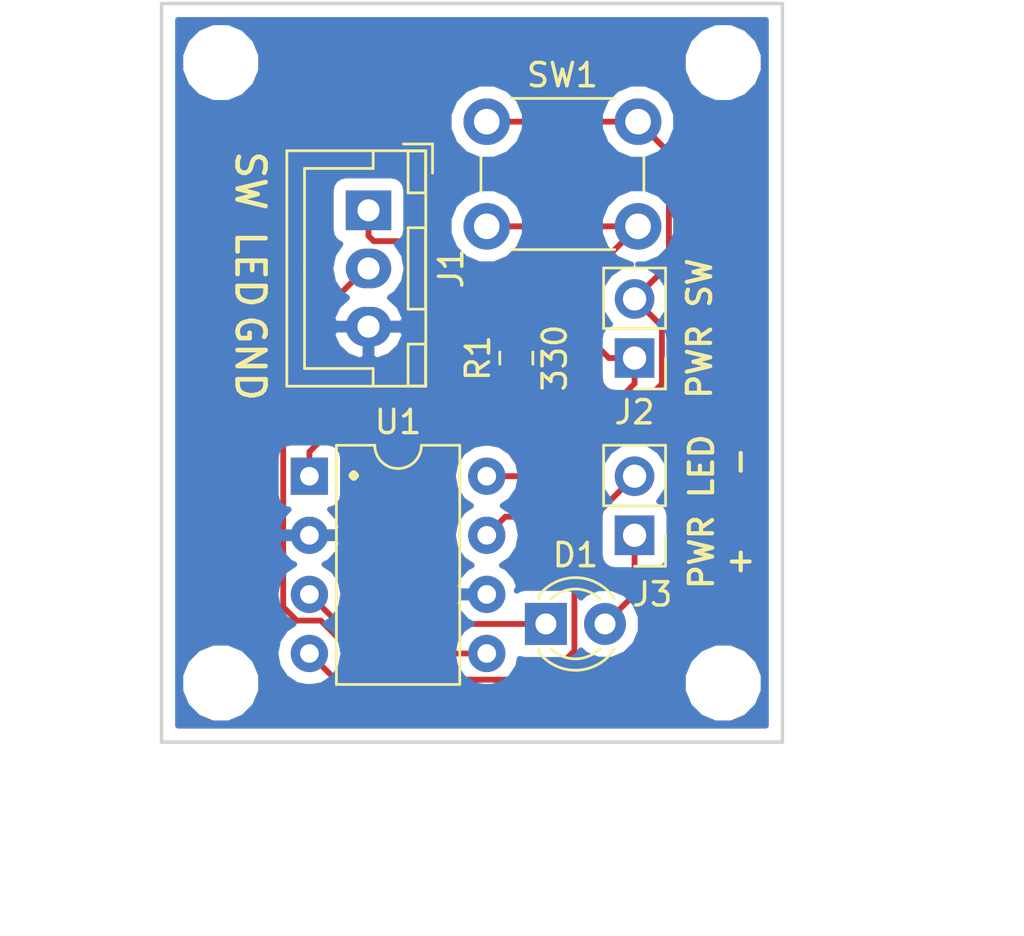
<source format=kicad_pcb>
(kicad_pcb (version 20171130) (host pcbnew 5.0.0)

  (general
    (thickness 1.6)
    (drawings 12)
    (tracks 46)
    (zones 0)
    (modules 11)
    (nets 10)
  )

  (page A4)
  (layers
    (0 F.Cu signal)
    (31 B.Cu signal)
    (32 B.Adhes user)
    (33 F.Adhes user)
    (34 B.Paste user)
    (35 F.Paste user)
    (36 B.SilkS user)
    (37 F.SilkS user)
    (38 B.Mask user)
    (39 F.Mask user)
    (40 Dwgs.User user)
    (41 Cmts.User user)
    (42 Eco1.User user)
    (43 Eco2.User user)
    (44 Edge.Cuts user)
    (45 Margin user)
    (46 B.CrtYd user)
    (47 F.CrtYd user)
    (48 B.Fab user)
    (49 F.Fab user)
  )

  (setup
    (last_trace_width 0.25)
    (trace_clearance 0.2)
    (zone_clearance 0.508)
    (zone_45_only no)
    (trace_min 0.2)
    (segment_width 0.2)
    (edge_width 0.15)
    (via_size 0.8)
    (via_drill 0.4)
    (via_min_size 0.8)
    (via_min_drill 0.3)
    (uvia_size 0.3)
    (uvia_drill 0.1)
    (uvias_allowed no)
    (uvia_min_size 0.2)
    (uvia_min_drill 0.1)
    (pcb_text_width 0.3)
    (pcb_text_size 1.5 1.5)
    (mod_edge_width 0.15)
    (mod_text_size 1 1)
    (mod_text_width 0.15)
    (pad_size 1.524 1.524)
    (pad_drill 0.762)
    (pad_to_mask_clearance 0.2)
    (aux_axis_origin 0 0)
    (visible_elements FFFFFF7F)
    (pcbplotparams
      (layerselection 0x010f0_ffffffff)
      (usegerberextensions true)
      (usegerberattributes false)
      (usegerberadvancedattributes false)
      (creategerberjobfile false)
      (excludeedgelayer true)
      (linewidth 0.100000)
      (plotframeref false)
      (viasonmask false)
      (mode 1)
      (useauxorigin false)
      (hpglpennumber 1)
      (hpglpenspeed 20)
      (hpglpendiameter 15.000000)
      (psnegative false)
      (psa4output false)
      (plotreference true)
      (plotvalue false)
      (plotinvisibletext false)
      (padsonsilk false)
      (subtractmaskfromsilk true)
      (outputformat 1)
      (mirror false)
      (drillshape 0)
      (scaleselection 1)
      (outputdirectory ""))
  )

  (net 0 "")
  (net 1 "Net-(D1-Pad1)")
  (net 2 GND)
  (net 3 "Net-(R1-Pad1)")
  (net 4 /LEDPLUS)
  (net 5 /SW_OUT)
  (net 6 /LED_IN)
  (net 7 /SW2)
  (net 8 /SW1)
  (net 9 /LEDMINUS)

  (net_class Default "これはデフォルトのネット クラスです。"
    (clearance 0.2)
    (trace_width 0.25)
    (via_dia 0.8)
    (via_drill 0.4)
    (uvia_dia 0.3)
    (uvia_drill 0.1)
    (add_net /LEDMINUS)
    (add_net /LEDPLUS)
    (add_net /LED_IN)
    (add_net /SW1)
    (add_net /SW2)
    (add_net /SW_OUT)
    (add_net GND)
    (add_net "Net-(D1-Pad1)")
    (add_net "Net-(R1-Pad1)")
  )

  (module MountingHole:MountingHole_2.2mm_M2 (layer F.Cu) (tedit 5BA77275) (tstamp 5BA9EC7C)
    (at 162.56 119.38)
    (descr "Mounting Hole 2.2mm, no annular, M2")
    (tags "mounting hole 2.2mm no annular m2")
    (attr virtual)
    (fp_text reference REF** (at 0 -3.2) (layer F.SilkS) hide
      (effects (font (size 1 1) (thickness 0.15)))
    )
    (fp_text value MountingHole_2.2mm_M2 (at 0 3.2) (layer F.Fab)
      (effects (font (size 1 1) (thickness 0.15)))
    )
    (fp_text user %R (at 0.3 0) (layer F.Fab)
      (effects (font (size 1 1) (thickness 0.15)))
    )
    (fp_circle (center 0 0) (end 2.2 0) (layer Cmts.User) (width 0.15))
    (fp_circle (center 0 0) (end 2.45 0) (layer F.CrtYd) (width 0.05))
    (pad 1 np_thru_hole circle (at 0 0) (size 2.2 2.2) (drill 2.2) (layers *.Cu *.Mask))
  )

  (module LED_THT:LED_D3.0mm (layer F.Cu) (tedit 587A3A7B) (tstamp 5BA86377)
    (at 154.94 116.84)
    (descr "LED, diameter 3.0mm, 2 pins")
    (tags "LED diameter 3.0mm 2 pins")
    (path /5BD18731)
    (fp_text reference D1 (at 1.27 -2.96) (layer F.SilkS)
      (effects (font (size 1 1) (thickness 0.15)))
    )
    (fp_text value LED (at 1.27 2.96) (layer F.Fab)
      (effects (font (size 1 1) (thickness 0.15)))
    )
    (fp_arc (start 1.27 0) (end -0.23 -1.16619) (angle 284.3) (layer F.Fab) (width 0.1))
    (fp_arc (start 1.27 0) (end -0.29 -1.235516) (angle 108.8) (layer F.SilkS) (width 0.12))
    (fp_arc (start 1.27 0) (end -0.29 1.235516) (angle -108.8) (layer F.SilkS) (width 0.12))
    (fp_arc (start 1.27 0) (end 0.229039 -1.08) (angle 87.9) (layer F.SilkS) (width 0.12))
    (fp_arc (start 1.27 0) (end 0.229039 1.08) (angle -87.9) (layer F.SilkS) (width 0.12))
    (fp_circle (center 1.27 0) (end 2.77 0) (layer F.Fab) (width 0.1))
    (fp_line (start -0.23 -1.16619) (end -0.23 1.16619) (layer F.Fab) (width 0.1))
    (fp_line (start -0.29 -1.236) (end -0.29 -1.08) (layer F.SilkS) (width 0.12))
    (fp_line (start -0.29 1.08) (end -0.29 1.236) (layer F.SilkS) (width 0.12))
    (fp_line (start -1.15 -2.25) (end -1.15 2.25) (layer F.CrtYd) (width 0.05))
    (fp_line (start -1.15 2.25) (end 3.7 2.25) (layer F.CrtYd) (width 0.05))
    (fp_line (start 3.7 2.25) (end 3.7 -2.25) (layer F.CrtYd) (width 0.05))
    (fp_line (start 3.7 -2.25) (end -1.15 -2.25) (layer F.CrtYd) (width 0.05))
    (pad 1 thru_hole rect (at 0 0) (size 1.8 1.8) (drill 0.9) (layers *.Cu *.Mask)
      (net 1 "Net-(D1-Pad1)"))
    (pad 2 thru_hole circle (at 2.54 0) (size 1.8 1.8) (drill 0.9) (layers *.Cu *.Mask)
      (net 4 /LEDPLUS))
    (model ${KISYS3DMOD}/LED_THT.3dshapes/LED_D3.0mm.wrl
      (at (xyz 0 0 0))
      (scale (xyz 1 1 1))
      (rotate (xyz 0 0 0))
    )
  )

  (module Connector_PinHeader_2.54mm:PinHeader_1x02_P2.54mm_Vertical (layer F.Cu) (tedit 59FED5CC) (tstamp 5BA863BC)
    (at 158.75 105.41 180)
    (descr "Through hole straight pin header, 1x02, 2.54mm pitch, single row")
    (tags "Through hole pin header THT 1x02 2.54mm single row")
    (path /5BD1865C)
    (fp_text reference J2 (at 0 -2.33 180) (layer F.SilkS)
      (effects (font (size 1 1) (thickness 0.15)))
    )
    (fp_text value Conn_01x02 (at 0 4.87 180) (layer F.Fab)
      (effects (font (size 1 1) (thickness 0.15)))
    )
    (fp_text user %R (at 0 1.27 270) (layer F.Fab)
      (effects (font (size 1 1) (thickness 0.15)))
    )
    (fp_line (start 1.8 -1.8) (end -1.8 -1.8) (layer F.CrtYd) (width 0.05))
    (fp_line (start 1.8 4.35) (end 1.8 -1.8) (layer F.CrtYd) (width 0.05))
    (fp_line (start -1.8 4.35) (end 1.8 4.35) (layer F.CrtYd) (width 0.05))
    (fp_line (start -1.8 -1.8) (end -1.8 4.35) (layer F.CrtYd) (width 0.05))
    (fp_line (start -1.33 -1.33) (end 0 -1.33) (layer F.SilkS) (width 0.12))
    (fp_line (start -1.33 0) (end -1.33 -1.33) (layer F.SilkS) (width 0.12))
    (fp_line (start -1.33 1.27) (end 1.33 1.27) (layer F.SilkS) (width 0.12))
    (fp_line (start 1.33 1.27) (end 1.33 3.87) (layer F.SilkS) (width 0.12))
    (fp_line (start -1.33 1.27) (end -1.33 3.87) (layer F.SilkS) (width 0.12))
    (fp_line (start -1.33 3.87) (end 1.33 3.87) (layer F.SilkS) (width 0.12))
    (fp_line (start -1.27 -0.635) (end -0.635 -1.27) (layer F.Fab) (width 0.1))
    (fp_line (start -1.27 3.81) (end -1.27 -0.635) (layer F.Fab) (width 0.1))
    (fp_line (start 1.27 3.81) (end -1.27 3.81) (layer F.Fab) (width 0.1))
    (fp_line (start 1.27 -1.27) (end 1.27 3.81) (layer F.Fab) (width 0.1))
    (fp_line (start -0.635 -1.27) (end 1.27 -1.27) (layer F.Fab) (width 0.1))
    (pad 2 thru_hole oval (at 0 2.54 180) (size 1.7 1.7) (drill 1) (layers *.Cu *.Mask)
      (net 7 /SW2))
    (pad 1 thru_hole rect (at 0 0 180) (size 1.7 1.7) (drill 1) (layers *.Cu *.Mask)
      (net 8 /SW1))
    (model ${KISYS3DMOD}/Connector_PinHeader_2.54mm.3dshapes/PinHeader_1x02_P2.54mm_Vertical.wrl
      (at (xyz 0 0 0))
      (scale (xyz 1 1 1))
      (rotate (xyz 0 0 0))
    )
  )

  (module Connector_PinHeader_2.54mm:PinHeader_1x02_P2.54mm_Vertical (layer F.Cu) (tedit 59FED5CC) (tstamp 5BA863D2)
    (at 158.75 113.03 180)
    (descr "Through hole straight pin header, 1x02, 2.54mm pitch, single row")
    (tags "Through hole pin header THT 1x02 2.54mm single row")
    (path /5BD1860D)
    (fp_text reference J3 (at -0.762 -2.54 180) (layer F.SilkS)
      (effects (font (size 1 1) (thickness 0.15)))
    )
    (fp_text value Conn_01x02 (at 0 4.87 180) (layer F.Fab)
      (effects (font (size 1 1) (thickness 0.15)))
    )
    (fp_line (start -0.635 -1.27) (end 1.27 -1.27) (layer F.Fab) (width 0.1))
    (fp_line (start 1.27 -1.27) (end 1.27 3.81) (layer F.Fab) (width 0.1))
    (fp_line (start 1.27 3.81) (end -1.27 3.81) (layer F.Fab) (width 0.1))
    (fp_line (start -1.27 3.81) (end -1.27 -0.635) (layer F.Fab) (width 0.1))
    (fp_line (start -1.27 -0.635) (end -0.635 -1.27) (layer F.Fab) (width 0.1))
    (fp_line (start -1.33 3.87) (end 1.33 3.87) (layer F.SilkS) (width 0.12))
    (fp_line (start -1.33 1.27) (end -1.33 3.87) (layer F.SilkS) (width 0.12))
    (fp_line (start 1.33 1.27) (end 1.33 3.87) (layer F.SilkS) (width 0.12))
    (fp_line (start -1.33 1.27) (end 1.33 1.27) (layer F.SilkS) (width 0.12))
    (fp_line (start -1.33 0) (end -1.33 -1.33) (layer F.SilkS) (width 0.12))
    (fp_line (start -1.33 -1.33) (end 0 -1.33) (layer F.SilkS) (width 0.12))
    (fp_line (start -1.8 -1.8) (end -1.8 4.35) (layer F.CrtYd) (width 0.05))
    (fp_line (start -1.8 4.35) (end 1.8 4.35) (layer F.CrtYd) (width 0.05))
    (fp_line (start 1.8 4.35) (end 1.8 -1.8) (layer F.CrtYd) (width 0.05))
    (fp_line (start 1.8 -1.8) (end -1.8 -1.8) (layer F.CrtYd) (width 0.05))
    (fp_text user %R (at 0 1.27 270) (layer F.Fab)
      (effects (font (size 1 1) (thickness 0.15)))
    )
    (pad 1 thru_hole rect (at 0 0 180) (size 1.7 1.7) (drill 1) (layers *.Cu *.Mask)
      (net 4 /LEDPLUS))
    (pad 2 thru_hole oval (at 0 2.54 180) (size 1.7 1.7) (drill 1) (layers *.Cu *.Mask)
      (net 9 /LEDMINUS))
    (model ${KISYS3DMOD}/Connector_PinHeader_2.54mm.3dshapes/PinHeader_1x02_P2.54mm_Vertical.wrl
      (at (xyz 0 0 0))
      (scale (xyz 1 1 1))
      (rotate (xyz 0 0 0))
    )
  )

  (module Resistor_SMD:R_0805_2012Metric_Pad1.15x1.40mm_HandSolder (layer F.Cu) (tedit 5BA77261) (tstamp 5BA863E3)
    (at 153.67 105.41 90)
    (descr "Resistor SMD 0805 (2012 Metric), square (rectangular) end terminal, IPC_7351 nominal with elongated pad for handsoldering. (Body size source: https://docs.google.com/spreadsheets/d/1BsfQQcO9C6DZCsRaXUlFlo91Tg2WpOkGARC1WS5S8t0/edit?usp=sharing), generated with kicad-footprint-generator")
    (tags "resistor handsolder")
    (path /5BD189D8)
    (attr smd)
    (fp_text reference R1 (at 0 -1.65 90) (layer F.SilkS)
      (effects (font (size 1 1) (thickness 0.15)))
    )
    (fp_text value 330 (at 0 1.65 90) (layer F.SilkS)
      (effects (font (size 1 1) (thickness 0.15)))
    )
    (fp_line (start -1 0.6) (end -1 -0.6) (layer F.Fab) (width 0.1))
    (fp_line (start -1 -0.6) (end 1 -0.6) (layer F.Fab) (width 0.1))
    (fp_line (start 1 -0.6) (end 1 0.6) (layer F.Fab) (width 0.1))
    (fp_line (start 1 0.6) (end -1 0.6) (layer F.Fab) (width 0.1))
    (fp_line (start -0.261252 -0.71) (end 0.261252 -0.71) (layer F.SilkS) (width 0.12))
    (fp_line (start -0.261252 0.71) (end 0.261252 0.71) (layer F.SilkS) (width 0.12))
    (fp_line (start -1.85 0.95) (end -1.85 -0.95) (layer F.CrtYd) (width 0.05))
    (fp_line (start -1.85 -0.95) (end 1.85 -0.95) (layer F.CrtYd) (width 0.05))
    (fp_line (start 1.85 -0.95) (end 1.85 0.95) (layer F.CrtYd) (width 0.05))
    (fp_line (start 1.85 0.95) (end -1.85 0.95) (layer F.CrtYd) (width 0.05))
    (fp_text user %R (at 0 0 270) (layer F.Fab)
      (effects (font (size 0.5 0.5) (thickness 0.08)))
    )
    (pad 1 smd roundrect (at -1.025 0 90) (size 1.15 1.4) (layers F.Cu F.Paste F.Mask) (roundrect_rratio 0.217391)
      (net 3 "Net-(R1-Pad1)"))
    (pad 2 smd roundrect (at 1.025 0 90) (size 1.15 1.4) (layers F.Cu F.Paste F.Mask) (roundrect_rratio 0.217391)
      (net 5 /SW_OUT))
    (model ${KISYS3DMOD}/Resistor_SMD.3dshapes/R_0805_2012Metric.wrl
      (at (xyz 0 0 0))
      (scale (xyz 1 1 1))
      (rotate (xyz 0 0 0))
    )
  )

  (module Package_DIP:DIP-8_W7.62mm (layer F.Cu) (tedit 5A02E8C5) (tstamp 5BA863FF)
    (at 144.78 110.49)
    (descr "8-lead though-hole mounted DIP package, row spacing 7.62 mm (300 mils)")
    (tags "THT DIP DIL PDIP 2.54mm 7.62mm 300mil")
    (path /5BD18370)
    (fp_text reference U1 (at 3.81 -2.33) (layer F.SilkS)
      (effects (font (size 1 1) (thickness 0.15)))
    )
    (fp_text value TLP222A-2 (at 3.81 9.95) (layer F.Fab)
      (effects (font (size 1 1) (thickness 0.15)))
    )
    (fp_arc (start 3.81 -1.33) (end 2.81 -1.33) (angle -180) (layer F.SilkS) (width 0.12))
    (fp_line (start 1.635 -1.27) (end 6.985 -1.27) (layer F.Fab) (width 0.1))
    (fp_line (start 6.985 -1.27) (end 6.985 8.89) (layer F.Fab) (width 0.1))
    (fp_line (start 6.985 8.89) (end 0.635 8.89) (layer F.Fab) (width 0.1))
    (fp_line (start 0.635 8.89) (end 0.635 -0.27) (layer F.Fab) (width 0.1))
    (fp_line (start 0.635 -0.27) (end 1.635 -1.27) (layer F.Fab) (width 0.1))
    (fp_line (start 2.81 -1.33) (end 1.16 -1.33) (layer F.SilkS) (width 0.12))
    (fp_line (start 1.16 -1.33) (end 1.16 8.95) (layer F.SilkS) (width 0.12))
    (fp_line (start 1.16 8.95) (end 6.46 8.95) (layer F.SilkS) (width 0.12))
    (fp_line (start 6.46 8.95) (end 6.46 -1.33) (layer F.SilkS) (width 0.12))
    (fp_line (start 6.46 -1.33) (end 4.81 -1.33) (layer F.SilkS) (width 0.12))
    (fp_line (start -1.1 -1.55) (end -1.1 9.15) (layer F.CrtYd) (width 0.05))
    (fp_line (start -1.1 9.15) (end 8.7 9.15) (layer F.CrtYd) (width 0.05))
    (fp_line (start 8.7 9.15) (end 8.7 -1.55) (layer F.CrtYd) (width 0.05))
    (fp_line (start 8.7 -1.55) (end -1.1 -1.55) (layer F.CrtYd) (width 0.05))
    (fp_text user %R (at 3.81 3.81) (layer F.Fab)
      (effects (font (size 1 1) (thickness 0.15)))
    )
    (pad 1 thru_hole rect (at 0 0) (size 1.6 1.6) (drill 0.8) (layers *.Cu *.Mask)
      (net 3 "Net-(R1-Pad1)"))
    (pad 5 thru_hole oval (at 7.62 7.62) (size 1.6 1.6) (drill 0.8) (layers *.Cu *.Mask)
      (net 6 /LED_IN))
    (pad 2 thru_hole oval (at 0 2.54) (size 1.6 1.6) (drill 0.8) (layers *.Cu *.Mask)
      (net 2 GND))
    (pad 6 thru_hole oval (at 7.62 5.08) (size 1.6 1.6) (drill 0.8) (layers *.Cu *.Mask)
      (net 2 GND))
    (pad 3 thru_hole oval (at 0 5.08) (size 1.6 1.6) (drill 0.8) (layers *.Cu *.Mask)
      (net 1 "Net-(D1-Pad1)"))
    (pad 7 thru_hole oval (at 7.62 2.54) (size 1.6 1.6) (drill 0.8) (layers *.Cu *.Mask)
      (net 7 /SW2))
    (pad 4 thru_hole oval (at 0 7.62) (size 1.6 1.6) (drill 0.8) (layers *.Cu *.Mask)
      (net 9 /LEDMINUS))
    (pad 8 thru_hole oval (at 7.62 0) (size 1.6 1.6) (drill 0.8) (layers *.Cu *.Mask)
      (net 8 /SW1))
    (model ${KISYS3DMOD}/Package_DIP.3dshapes/DIP-8_W7.62mm.wrl
      (at (xyz 0 0 0))
      (scale (xyz 1 1 1))
      (rotate (xyz 0 0 0))
    )
  )

  (module Button_Switch_THT:SW_PUSH_6mm (layer F.Cu) (tedit 5A02FE31) (tstamp 5BA9E103)
    (at 152.4 95.25)
    (descr https://www.omron.com/ecb/products/pdf/en-b3f.pdf)
    (tags "tact sw push 6mm")
    (path /5BD1A2EA)
    (fp_text reference SW1 (at 3.25 -2) (layer F.SilkS)
      (effects (font (size 1 1) (thickness 0.15)))
    )
    (fp_text value SW_Push (at 3.75 6.7) (layer F.Fab)
      (effects (font (size 1 1) (thickness 0.15)))
    )
    (fp_text user %R (at 3.25 2.25) (layer F.Fab)
      (effects (font (size 1 1) (thickness 0.15)))
    )
    (fp_line (start 3.25 -0.75) (end 6.25 -0.75) (layer F.Fab) (width 0.1))
    (fp_line (start 6.25 -0.75) (end 6.25 5.25) (layer F.Fab) (width 0.1))
    (fp_line (start 6.25 5.25) (end 0.25 5.25) (layer F.Fab) (width 0.1))
    (fp_line (start 0.25 5.25) (end 0.25 -0.75) (layer F.Fab) (width 0.1))
    (fp_line (start 0.25 -0.75) (end 3.25 -0.75) (layer F.Fab) (width 0.1))
    (fp_line (start 7.75 6) (end 8 6) (layer F.CrtYd) (width 0.05))
    (fp_line (start 8 6) (end 8 5.75) (layer F.CrtYd) (width 0.05))
    (fp_line (start 7.75 -1.5) (end 8 -1.5) (layer F.CrtYd) (width 0.05))
    (fp_line (start 8 -1.5) (end 8 -1.25) (layer F.CrtYd) (width 0.05))
    (fp_line (start -1.5 -1.25) (end -1.5 -1.5) (layer F.CrtYd) (width 0.05))
    (fp_line (start -1.5 -1.5) (end -1.25 -1.5) (layer F.CrtYd) (width 0.05))
    (fp_line (start -1.5 5.75) (end -1.5 6) (layer F.CrtYd) (width 0.05))
    (fp_line (start -1.5 6) (end -1.25 6) (layer F.CrtYd) (width 0.05))
    (fp_line (start -1.25 -1.5) (end 7.75 -1.5) (layer F.CrtYd) (width 0.05))
    (fp_line (start -1.5 5.75) (end -1.5 -1.25) (layer F.CrtYd) (width 0.05))
    (fp_line (start 7.75 6) (end -1.25 6) (layer F.CrtYd) (width 0.05))
    (fp_line (start 8 -1.25) (end 8 5.75) (layer F.CrtYd) (width 0.05))
    (fp_line (start 1 5.5) (end 5.5 5.5) (layer F.SilkS) (width 0.12))
    (fp_line (start -0.25 1.5) (end -0.25 3) (layer F.SilkS) (width 0.12))
    (fp_line (start 5.5 -1) (end 1 -1) (layer F.SilkS) (width 0.12))
    (fp_line (start 6.75 3) (end 6.75 1.5) (layer F.SilkS) (width 0.12))
    (fp_circle (center 3.25 2.25) (end 1.25 2.5) (layer F.Fab) (width 0.1))
    (pad 2 thru_hole circle (at 0 4.5 90) (size 2 2) (drill 1.1) (layers *.Cu *.Mask)
      (net 8 /SW1))
    (pad 1 thru_hole circle (at 0 0 90) (size 2 2) (drill 1.1) (layers *.Cu *.Mask)
      (net 7 /SW2))
    (pad 2 thru_hole circle (at 6.5 4.5 90) (size 2 2) (drill 1.1) (layers *.Cu *.Mask)
      (net 8 /SW1))
    (pad 1 thru_hole circle (at 6.5 0 90) (size 2 2) (drill 1.1) (layers *.Cu *.Mask)
      (net 7 /SW2))
    (model ${KISYS3DMOD}/Button_Switch_THT.3dshapes/SW_PUSH_6mm.wrl
      (at (xyz 0 0 0))
      (scale (xyz 1 1 1))
      (rotate (xyz 0 0 0))
    )
  )

  (module Connector_JST:JST_XH_B03B-XH-A_1x03_P2.50mm_Vertical (layer F.Cu) (tedit 5A2731AA) (tstamp 5BA9E429)
    (at 147.32 99.06 270)
    (descr "JST XH series connector, B03B-XH-A (http://www.jst-mfg.com/product/pdf/eng/eXH.pdf), generated with kicad-footprint-generator")
    (tags "connector JST XH side entry")
    (path /5BD1888C)
    (fp_text reference J1 (at 2.5 -3.55 270) (layer F.SilkS)
      (effects (font (size 1 1) (thickness 0.15)))
    )
    (fp_text value Conn_01x03 (at 2.5 4.6 270) (layer F.Fab)
      (effects (font (size 1 1) (thickness 0.15)))
    )
    (fp_line (start -2.45 -2.35) (end -2.45 3.4) (layer F.Fab) (width 0.1))
    (fp_line (start -2.45 3.4) (end 7.45 3.4) (layer F.Fab) (width 0.1))
    (fp_line (start 7.45 3.4) (end 7.45 -2.35) (layer F.Fab) (width 0.1))
    (fp_line (start 7.45 -2.35) (end -2.45 -2.35) (layer F.Fab) (width 0.1))
    (fp_line (start -2.56 -2.46) (end -2.56 3.51) (layer F.SilkS) (width 0.12))
    (fp_line (start -2.56 3.51) (end 7.56 3.51) (layer F.SilkS) (width 0.12))
    (fp_line (start 7.56 3.51) (end 7.56 -2.46) (layer F.SilkS) (width 0.12))
    (fp_line (start 7.56 -2.46) (end -2.56 -2.46) (layer F.SilkS) (width 0.12))
    (fp_line (start -2.95 -2.85) (end -2.95 3.9) (layer F.CrtYd) (width 0.05))
    (fp_line (start -2.95 3.9) (end 7.95 3.9) (layer F.CrtYd) (width 0.05))
    (fp_line (start 7.95 3.9) (end 7.95 -2.85) (layer F.CrtYd) (width 0.05))
    (fp_line (start 7.95 -2.85) (end -2.95 -2.85) (layer F.CrtYd) (width 0.05))
    (fp_line (start -0.625 -2.35) (end 0 -1.35) (layer F.Fab) (width 0.1))
    (fp_line (start 0 -1.35) (end 0.625 -2.35) (layer F.Fab) (width 0.1))
    (fp_line (start 0.75 -2.45) (end 0.75 -1.7) (layer F.SilkS) (width 0.12))
    (fp_line (start 0.75 -1.7) (end 4.25 -1.7) (layer F.SilkS) (width 0.12))
    (fp_line (start 4.25 -1.7) (end 4.25 -2.45) (layer F.SilkS) (width 0.12))
    (fp_line (start 4.25 -2.45) (end 0.75 -2.45) (layer F.SilkS) (width 0.12))
    (fp_line (start -2.55 -2.45) (end -2.55 -1.7) (layer F.SilkS) (width 0.12))
    (fp_line (start -2.55 -1.7) (end -0.75 -1.7) (layer F.SilkS) (width 0.12))
    (fp_line (start -0.75 -1.7) (end -0.75 -2.45) (layer F.SilkS) (width 0.12))
    (fp_line (start -0.75 -2.45) (end -2.55 -2.45) (layer F.SilkS) (width 0.12))
    (fp_line (start 5.75 -2.45) (end 5.75 -1.7) (layer F.SilkS) (width 0.12))
    (fp_line (start 5.75 -1.7) (end 7.55 -1.7) (layer F.SilkS) (width 0.12))
    (fp_line (start 7.55 -1.7) (end 7.55 -2.45) (layer F.SilkS) (width 0.12))
    (fp_line (start 7.55 -2.45) (end 5.75 -2.45) (layer F.SilkS) (width 0.12))
    (fp_line (start -2.55 -0.2) (end -1.8 -0.2) (layer F.SilkS) (width 0.12))
    (fp_line (start -1.8 -0.2) (end -1.8 2.75) (layer F.SilkS) (width 0.12))
    (fp_line (start -1.8 2.75) (end 2.5 2.75) (layer F.SilkS) (width 0.12))
    (fp_line (start 7.55 -0.2) (end 6.8 -0.2) (layer F.SilkS) (width 0.12))
    (fp_line (start 6.8 -0.2) (end 6.8 2.75) (layer F.SilkS) (width 0.12))
    (fp_line (start 6.8 2.75) (end 2.5 2.75) (layer F.SilkS) (width 0.12))
    (fp_line (start -1.6 -2.75) (end -2.85 -2.75) (layer F.SilkS) (width 0.12))
    (fp_line (start -2.85 -2.75) (end -2.85 -1.5) (layer F.SilkS) (width 0.12))
    (fp_text user %R (at 2.5 2.7 270) (layer F.Fab)
      (effects (font (size 1 1) (thickness 0.15)))
    )
    (pad 1 thru_hole rect (at 0 0 270) (size 1.7 1.95) (drill 0.95) (layers *.Cu *.Mask)
      (net 5 /SW_OUT))
    (pad 2 thru_hole oval (at 2.5 0 270) (size 1.7 1.95) (drill 0.95) (layers *.Cu *.Mask)
      (net 6 /LED_IN))
    (pad 3 thru_hole oval (at 5 0 270) (size 1.7 1.95) (drill 0.95) (layers *.Cu *.Mask)
      (net 2 GND))
    (model ${KISYS3DMOD}/Connector_JST.3dshapes/JST_XH_B03B-XH-A_1x03_P2.50mm_Vertical.wrl
      (at (xyz 0 0 0))
      (scale (xyz 1 1 1))
      (rotate (xyz 0 0 0))
    )
  )

  (module MountingHole:MountingHole_2.2mm_M2 (layer F.Cu) (tedit 5BA77283) (tstamp 5BA9EC55)
    (at 140.97 92.71)
    (descr "Mounting Hole 2.2mm, no annular, M2")
    (tags "mounting hole 2.2mm no annular m2")
    (attr virtual)
    (fp_text reference REF** (at 0 -3.2) (layer F.SilkS) hide
      (effects (font (size 1 1) (thickness 0.15)))
    )
    (fp_text value MountingHole_2.2mm_M2 (at 0 3.2) (layer F.Fab)
      (effects (font (size 1 1) (thickness 0.15)))
    )
    (fp_circle (center 0 0) (end 2.45 0) (layer F.CrtYd) (width 0.05))
    (fp_circle (center 0 0) (end 2.2 0) (layer Cmts.User) (width 0.15))
    (fp_text user %R (at 0.3 0) (layer F.Fab)
      (effects (font (size 1 1) (thickness 0.15)))
    )
    (pad 1 np_thru_hole circle (at 0 0) (size 2.2 2.2) (drill 2.2) (layers *.Cu *.Mask))
  )

  (module MountingHole:MountingHole_2.2mm_M2 (layer F.Cu) (tedit 5BA7727B) (tstamp 5BA9EC64)
    (at 162.56 92.71)
    (descr "Mounting Hole 2.2mm, no annular, M2")
    (tags "mounting hole 2.2mm no annular m2")
    (attr virtual)
    (fp_text reference REF** (at 0 -3.2) (layer F.SilkS) hide
      (effects (font (size 1 1) (thickness 0.15)))
    )
    (fp_text value MountingHole_2.2mm_M2 (at 0 3.2) (layer F.Fab)
      (effects (font (size 1 1) (thickness 0.15)))
    )
    (fp_circle (center 0 0) (end 2.45 0) (layer F.CrtYd) (width 0.05))
    (fp_circle (center 0 0) (end 2.2 0) (layer Cmts.User) (width 0.15))
    (fp_text user %R (at 0.3 0) (layer F.Fab)
      (effects (font (size 1 1) (thickness 0.15)))
    )
    (pad 1 np_thru_hole circle (at 0 0) (size 2.2 2.2) (drill 2.2) (layers *.Cu *.Mask))
  )

  (module MountingHole:MountingHole_2.2mm_M2 (layer F.Cu) (tedit 5BA7728A) (tstamp 5BA9EC73)
    (at 140.97 119.38)
    (descr "Mounting Hole 2.2mm, no annular, M2")
    (tags "mounting hole 2.2mm no annular m2")
    (attr virtual)
    (fp_text reference REF** (at 0 -3.2) (layer F.SilkS) hide
      (effects (font (size 1 1) (thickness 0.15)))
    )
    (fp_text value MountingHole_2.2mm_M2 (at 0 3.2) (layer F.Fab)
      (effects (font (size 1 1) (thickness 0.15)))
    )
    (fp_circle (center 0 0) (end 2.45 0) (layer F.CrtYd) (width 0.05))
    (fp_circle (center 0 0) (end 2.2 0) (layer Cmts.User) (width 0.15))
    (fp_text user %R (at 0.3 0) (layer F.Fab)
      (effects (font (size 1 1) (thickness 0.15)))
    )
    (pad 1 np_thru_hole circle (at 0 0) (size 2.2 2.2) (drill 2.2) (layers *.Cu *.Mask))
  )

  (dimension 31.75 (width 0.3) (layer Cmts.User)
    (gr_text "31.750 mm" (at 173.55 106.045 270) (layer Cmts.User)
      (effects (font (size 1.5 1.5) (thickness 0.3)))
    )
    (feature1 (pts (xy 168.91 121.92) (xy 172.036421 121.92)))
    (feature2 (pts (xy 168.91 90.17) (xy 172.036421 90.17)))
    (crossbar (pts (xy 171.45 90.17) (xy 171.45 121.92)))
    (arrow1a (pts (xy 171.45 121.92) (xy 170.863579 120.793496)))
    (arrow1b (pts (xy 171.45 121.92) (xy 172.036421 120.793496)))
    (arrow2a (pts (xy 171.45 90.17) (xy 170.863579 91.296504)))
    (arrow2b (pts (xy 171.45 90.17) (xy 172.036421 91.296504)))
  )
  (dimension 26.67 (width 0.3) (layer Cmts.User)
    (gr_text "26.670 mm" (at 151.765 131.64) (layer Cmts.User)
      (effects (font (size 1.5 1.5) (thickness 0.3)))
    )
    (feature1 (pts (xy 165.1 125.73) (xy 165.1 130.126421)))
    (feature2 (pts (xy 138.43 125.73) (xy 138.43 130.126421)))
    (crossbar (pts (xy 138.43 129.54) (xy 165.1 129.54)))
    (arrow1a (pts (xy 165.1 129.54) (xy 163.973496 130.126421)))
    (arrow1b (pts (xy 165.1 129.54) (xy 163.973496 128.953579)))
    (arrow2a (pts (xy 138.43 129.54) (xy 139.556504 130.126421)))
    (arrow2b (pts (xy 138.43 129.54) (xy 139.556504 128.953579)))
  )
  (gr_text GND (at 142.24 105.41 -90) (layer F.SilkS)
    (effects (font (size 1.2 1.2) (thickness 0.2)))
  )
  (gr_text LED (at 142.24 101.6 -90) (layer F.SilkS)
    (effects (font (size 1.2 1.2) (thickness 0.2)))
  )
  (gr_text SW (at 142.24 97.79 -90) (layer F.SilkS)
    (effects (font (size 1.2 1.2) (thickness 0.2)))
  )
  (gr_text . (at 146.685 109.855) (layer F.SilkS)
    (effects (font (size 1.5 1.5) (thickness 0.3)))
  )
  (gr_text "PWR SW" (at 161.544 104.14 90) (layer F.SilkS) (tstamp 5BA9F1A6)
    (effects (font (size 1 1) (thickness 0.18)))
  )
  (gr_text "PWR LED\n+    -" (at 162.433 112.014 90) (layer F.SilkS)
    (effects (font (size 1 1) (thickness 0.18)))
  )
  (gr_line (start 138.43 121.92) (end 138.43 90.17) (layer Edge.Cuts) (width 0.15))
  (gr_line (start 165.1 121.92) (end 138.43 121.92) (layer Edge.Cuts) (width 0.15))
  (gr_line (start 165.1 90.17) (end 165.1 121.92) (layer Edge.Cuts) (width 0.15))
  (gr_line (start 138.43 90.17) (end 165.1 90.17) (layer Edge.Cuts) (width 0.15))

  (segment (start 146.05 116.84) (end 144.78 115.57) (width 0.25) (layer F.Cu) (net 1))
  (segment (start 154.94 116.84) (end 146.05 116.84) (width 0.25) (layer F.Cu) (net 1))
  (segment (start 144.78 109.44) (end 144.78 110.49) (width 0.25) (layer F.Cu) (net 3))
  (segment (start 147.785 106.435) (end 144.78 109.44) (width 0.25) (layer F.Cu) (net 3))
  (segment (start 153.67 106.435) (end 147.785 106.435) (width 0.25) (layer F.Cu) (net 3))
  (segment (start 158.75 115.57) (end 156.972 117.348) (width 0.25) (layer F.Cu) (net 4))
  (segment (start 158.75 113.03) (end 158.75 115.57) (width 0.25) (layer F.Cu) (net 4))
  (segment (start 153.046628 103.761628) (end 153.67 104.385) (width 0.25) (layer F.Cu) (net 5))
  (segment (start 149.66999 100.38499) (end 153.046628 103.761628) (width 0.25) (layer F.Cu) (net 5))
  (segment (start 147.54499 100.38499) (end 149.66999 100.38499) (width 0.25) (layer F.Cu) (net 5))
  (segment (start 147.32 100.16) (end 147.54499 100.38499) (width 0.25) (layer F.Cu) (net 5))
  (segment (start 147.32 99.06) (end 147.32 100.16) (width 0.25) (layer F.Cu) (net 5))
  (segment (start 143.654999 105.100001) (end 147.195 101.56) (width 0.25) (layer F.Cu) (net 6))
  (segment (start 143.654999 116.110001) (end 143.654999 105.100001) (width 0.25) (layer F.Cu) (net 6))
  (segment (start 147.195 101.56) (end 147.32 101.56) (width 0.25) (layer F.Cu) (net 6))
  (segment (start 144.239999 116.695001) (end 143.654999 116.110001) (width 0.25) (layer F.Cu) (net 6))
  (segment (start 145.268591 116.695001) (end 144.239999 116.695001) (width 0.25) (layer F.Cu) (net 6))
  (segment (start 146.68359 118.11) (end 145.268591 116.695001) (width 0.25) (layer F.Cu) (net 6))
  (segment (start 152.4 118.11) (end 146.68359 118.11) (width 0.25) (layer F.Cu) (net 6))
  (segment (start 153.814213 95.25) (end 158.9 95.25) (width 0.25) (layer F.Cu) (net 7))
  (segment (start 152.4 95.25) (end 153.814213 95.25) (width 0.25) (layer F.Cu) (net 7))
  (segment (start 159.599999 102.020001) (end 158.75 102.87) (width 0.25) (layer F.Cu) (net 7))
  (segment (start 160.225001 101.394999) (end 159.599999 102.020001) (width 0.25) (layer F.Cu) (net 7))
  (segment (start 160.225001 96.575001) (end 160.225001 101.394999) (width 0.25) (layer F.Cu) (net 7))
  (segment (start 158.9 95.25) (end 160.225001 96.575001) (width 0.25) (layer F.Cu) (net 7))
  (segment (start 153.199999 112.230001) (end 152.4 113.03) (width 0.25) (layer F.Cu) (net 7))
  (segment (start 159.925001 106.520001) (end 154.215001 112.230001) (width 0.25) (layer F.Cu) (net 7))
  (segment (start 159.925001 104.045001) (end 159.925001 106.520001) (width 0.25) (layer F.Cu) (net 7))
  (segment (start 154.215001 112.230001) (end 153.199999 112.230001) (width 0.25) (layer F.Cu) (net 7))
  (segment (start 158.75 102.87) (end 159.925001 104.045001) (width 0.25) (layer F.Cu) (net 7))
  (segment (start 153.814213 99.75) (end 158.9 99.75) (width 0.25) (layer F.Cu) (net 8))
  (segment (start 152.4 99.75) (end 153.814213 99.75) (width 0.25) (layer F.Cu) (net 8))
  (segment (start 157.65 105.41) (end 158.75 105.41) (width 0.25) (layer F.Cu) (net 8))
  (segment (start 157.226 104.986) (end 157.65 105.41) (width 0.25) (layer F.Cu) (net 8))
  (segment (start 157.226 101.424) (end 157.226 104.986) (width 0.25) (layer F.Cu) (net 8))
  (segment (start 158.9 99.75) (end 157.226 101.424) (width 0.25) (layer F.Cu) (net 8))
  (segment (start 154.77 110.49) (end 153.53137 110.49) (width 0.25) (layer F.Cu) (net 8))
  (segment (start 153.53137 110.49) (end 152.4 110.49) (width 0.25) (layer F.Cu) (net 8))
  (segment (start 158.75 106.51) (end 154.77 110.49) (width 0.25) (layer F.Cu) (net 8))
  (segment (start 158.75 105.41) (end 158.75 106.51) (width 0.25) (layer F.Cu) (net 8))
  (segment (start 145.579999 118.909999) (end 144.78 118.11) (width 0.25) (layer F.Cu) (net 9))
  (segment (start 145.905001 119.235001) (end 145.579999 118.909999) (width 0.25) (layer F.Cu) (net 9))
  (segment (start 154.930001 119.235001) (end 145.905001 119.235001) (width 0.25) (layer F.Cu) (net 9))
  (segment (start 156.165001 118.000001) (end 154.930001 119.235001) (width 0.25) (layer F.Cu) (net 9))
  (segment (start 156.165001 113.074999) (end 156.165001 118.000001) (width 0.25) (layer F.Cu) (net 9))
  (segment (start 158.75 110.49) (end 156.165001 113.074999) (width 0.25) (layer F.Cu) (net 9))

  (zone (net 2) (net_name GND) (layer F.Cu) (tstamp 5BA8CE66) (hatch edge 0.508)
    (connect_pads (clearance 0.508))
    (min_thickness 0.254)
    (fill yes (arc_segments 16) (thermal_gap 0.508) (thermal_bridge_width 0.508))
    (polygon
      (pts
        (xy 138.43 90.17) (xy 165.1 90.17) (xy 165.1 121.92) (xy 138.43 121.92)
      )
    )
    (filled_polygon
      (pts
        (xy 156.74153 100.833669) (xy 156.678071 100.876071) (xy 156.510096 101.127464) (xy 156.466 101.349149) (xy 156.466 101.349153)
        (xy 156.451112 101.424) (xy 156.466 101.498847) (xy 156.466001 104.911148) (xy 156.451112 104.986) (xy 156.466001 105.060852)
        (xy 156.510097 105.282537) (xy 156.678072 105.533929) (xy 156.741528 105.576329) (xy 157.059669 105.89447) (xy 157.102071 105.957929)
        (xy 157.25256 106.058483) (xy 157.25256 106.26) (xy 157.301843 106.507765) (xy 157.442191 106.717809) (xy 157.457296 106.727902)
        (xy 154.455199 109.73) (xy 153.618043 109.73) (xy 153.434577 109.455423) (xy 152.959909 109.13826) (xy 152.541333 109.055)
        (xy 152.258667 109.055) (xy 151.840091 109.13826) (xy 151.365423 109.455423) (xy 151.04826 109.930091) (xy 150.936887 110.49)
        (xy 151.04826 111.049909) (xy 151.365423 111.524577) (xy 151.717758 111.76) (xy 151.365423 111.995423) (xy 151.04826 112.470091)
        (xy 150.936887 113.03) (xy 151.04826 113.589909) (xy 151.365423 114.064577) (xy 151.749108 114.320947) (xy 151.544866 114.417611)
        (xy 151.168959 114.832577) (xy 151.008096 115.220961) (xy 151.130085 115.443) (xy 152.273 115.443) (xy 152.273 115.423)
        (xy 152.527 115.423) (xy 152.527 115.443) (xy 152.547 115.443) (xy 152.547 115.697) (xy 152.527 115.697)
        (xy 152.527 115.717) (xy 152.273 115.717) (xy 152.273 115.697) (xy 151.130085 115.697) (xy 151.008096 115.919039)
        (xy 151.074764 116.08) (xy 146.364802 116.08) (xy 146.178688 115.893886) (xy 146.243113 115.57) (xy 146.13174 115.010091)
        (xy 145.814577 114.535423) (xy 145.430892 114.279053) (xy 145.635134 114.182389) (xy 146.011041 113.767423) (xy 146.171904 113.379039)
        (xy 146.049915 113.157) (xy 144.907 113.157) (xy 144.907 113.177) (xy 144.653 113.177) (xy 144.653 113.157)
        (xy 144.633 113.157) (xy 144.633 112.903) (xy 144.653 112.903) (xy 144.653 112.883) (xy 144.907 112.883)
        (xy 144.907 112.903) (xy 146.049915 112.903) (xy 146.171904 112.680961) (xy 146.011041 112.292577) (xy 145.672639 111.919013)
        (xy 145.827765 111.888157) (xy 146.037809 111.747809) (xy 146.178157 111.537765) (xy 146.22744 111.29) (xy 146.22744 109.69)
        (xy 146.178157 109.442235) (xy 146.047743 109.247058) (xy 148.099802 107.195) (xy 152.452054 107.195) (xy 152.585414 107.394586)
        (xy 152.876564 107.589127) (xy 153.219999 107.65744) (xy 154.120001 107.65744) (xy 154.463436 107.589127) (xy 154.754586 107.394586)
        (xy 154.949127 107.103436) (xy 155.01744 106.760001) (xy 155.01744 106.109999) (xy 154.949127 105.766564) (xy 154.754586 105.475414)
        (xy 154.656687 105.41) (xy 154.754586 105.344586) (xy 154.949127 105.053436) (xy 155.01744 104.710001) (xy 155.01744 104.059999)
        (xy 154.949127 103.716564) (xy 154.754586 103.425414) (xy 154.463436 103.230873) (xy 154.120001 103.16256) (xy 153.522362 103.16256)
        (xy 151.511472 101.151671) (xy 152.074778 101.385) (xy 152.725222 101.385) (xy 153.326153 101.136086) (xy 153.786086 100.676153)
        (xy 153.854909 100.51) (xy 157.065199 100.51)
      )
    )
    (filled_polygon
      (pts
        (xy 152.32256 104.112362) (xy 152.32256 104.710001) (xy 152.390873 105.053436) (xy 152.585414 105.344586) (xy 152.683313 105.41)
        (xy 152.585414 105.475414) (xy 152.452054 105.675) (xy 147.859848 105.675) (xy 147.785 105.660112) (xy 147.710152 105.675)
        (xy 147.710148 105.675) (xy 147.536605 105.70952) (xy 147.488462 105.719096) (xy 147.34358 105.815904) (xy 147.237071 105.887071)
        (xy 147.194671 105.950527) (xy 144.414999 108.7302) (xy 144.414999 105.414802) (xy 145.71 104.119802) (xy 145.71 104.187002)
        (xy 145.874844 104.187002) (xy 145.753524 104.41689) (xy 145.992503 104.931193) (xy 146.417429 105.325053) (xy 146.960733 105.52632)
        (xy 147.193 105.386165) (xy 147.193 104.187) (xy 147.447 104.187) (xy 147.447 105.386165) (xy 147.679267 105.52632)
        (xy 148.222571 105.325053) (xy 148.647497 104.931193) (xy 148.886476 104.41689) (xy 148.765155 104.187) (xy 147.447 104.187)
        (xy 147.193 104.187) (xy 147.173 104.187) (xy 147.173 103.933) (xy 147.193 103.933) (xy 147.193 103.913)
        (xy 147.447 103.913) (xy 147.447 103.933) (xy 148.765155 103.933) (xy 148.886476 103.70311) (xy 148.647497 103.188807)
        (xy 148.242313 102.813246) (xy 148.515625 102.630625) (xy 148.843839 102.139418) (xy 148.959092 101.56) (xy 148.876542 101.14499)
        (xy 149.355189 101.14499)
      )
    )
  )
  (zone (net 2) (net_name GND) (layer B.Cu) (tstamp 5BA8CE63) (hatch edge 0.508)
    (connect_pads (clearance 0.508))
    (min_thickness 0.254)
    (fill yes (arc_segments 16) (thermal_gap 0.508) (thermal_bridge_width 0.508))
    (polygon
      (pts
        (xy 138.43 90.17) (xy 165.1 90.17) (xy 165.1 121.92) (xy 138.43 121.92)
      )
    )
    (filled_polygon
      (pts
        (xy 164.390001 121.21) (xy 139.14 121.21) (xy 139.14 119.034887) (xy 139.235 119.034887) (xy 139.235 119.725113)
        (xy 139.499138 120.362799) (xy 139.987201 120.850862) (xy 140.624887 121.115) (xy 141.315113 121.115) (xy 141.952799 120.850862)
        (xy 142.440862 120.362799) (xy 142.705 119.725113) (xy 142.705 119.034887) (xy 142.440862 118.397201) (xy 141.952799 117.909138)
        (xy 141.315113 117.645) (xy 140.624887 117.645) (xy 139.987201 117.909138) (xy 139.499138 118.397201) (xy 139.235 119.034887)
        (xy 139.14 119.034887) (xy 139.14 115.57) (xy 143.316887 115.57) (xy 143.42826 116.129909) (xy 143.745423 116.604577)
        (xy 144.097758 116.84) (xy 143.745423 117.075423) (xy 143.42826 117.550091) (xy 143.316887 118.11) (xy 143.42826 118.669909)
        (xy 143.745423 119.144577) (xy 144.220091 119.46174) (xy 144.638667 119.545) (xy 144.921333 119.545) (xy 145.339909 119.46174)
        (xy 145.814577 119.144577) (xy 146.13174 118.669909) (xy 146.243113 118.11) (xy 146.13174 117.550091) (xy 145.814577 117.075423)
        (xy 145.462242 116.84) (xy 145.814577 116.604577) (xy 146.13174 116.129909) (xy 146.243113 115.57) (xy 146.13174 115.010091)
        (xy 145.814577 114.535423) (xy 145.430892 114.279053) (xy 145.635134 114.182389) (xy 146.011041 113.767423) (xy 146.171904 113.379039)
        (xy 146.049915 113.157) (xy 144.907 113.157) (xy 144.907 113.177) (xy 144.653 113.177) (xy 144.653 113.157)
        (xy 143.510085 113.157) (xy 143.388096 113.379039) (xy 143.548959 113.767423) (xy 143.924866 114.182389) (xy 144.129108 114.279053)
        (xy 143.745423 114.535423) (xy 143.42826 115.010091) (xy 143.316887 115.57) (xy 139.14 115.57) (xy 139.14 109.69)
        (xy 143.33256 109.69) (xy 143.33256 111.29) (xy 143.381843 111.537765) (xy 143.522191 111.747809) (xy 143.732235 111.888157)
        (xy 143.887361 111.919013) (xy 143.548959 112.292577) (xy 143.388096 112.680961) (xy 143.510085 112.903) (xy 144.653 112.903)
        (xy 144.653 112.883) (xy 144.907 112.883) (xy 144.907 112.903) (xy 146.049915 112.903) (xy 146.171904 112.680961)
        (xy 146.011041 112.292577) (xy 145.672639 111.919013) (xy 145.827765 111.888157) (xy 146.037809 111.747809) (xy 146.178157 111.537765)
        (xy 146.22744 111.29) (xy 146.22744 110.49) (xy 150.936887 110.49) (xy 151.04826 111.049909) (xy 151.365423 111.524577)
        (xy 151.717758 111.76) (xy 151.365423 111.995423) (xy 151.04826 112.470091) (xy 150.936887 113.03) (xy 151.04826 113.589909)
        (xy 151.365423 114.064577) (xy 151.749108 114.320947) (xy 151.544866 114.417611) (xy 151.168959 114.832577) (xy 151.008096 115.220961)
        (xy 151.130085 115.443) (xy 152.273 115.443) (xy 152.273 115.423) (xy 152.527 115.423) (xy 152.527 115.443)
        (xy 152.547 115.443) (xy 152.547 115.697) (xy 152.527 115.697) (xy 152.527 115.717) (xy 152.273 115.717)
        (xy 152.273 115.697) (xy 151.130085 115.697) (xy 151.008096 115.919039) (xy 151.168959 116.307423) (xy 151.544866 116.722389)
        (xy 151.749108 116.819053) (xy 151.365423 117.075423) (xy 151.04826 117.550091) (xy 150.936887 118.11) (xy 151.04826 118.669909)
        (xy 151.365423 119.144577) (xy 151.840091 119.46174) (xy 152.258667 119.545) (xy 152.541333 119.545) (xy 152.959909 119.46174)
        (xy 153.434577 119.144577) (xy 153.507869 119.034887) (xy 160.825 119.034887) (xy 160.825 119.725113) (xy 161.089138 120.362799)
        (xy 161.577201 120.850862) (xy 162.214887 121.115) (xy 162.905113 121.115) (xy 163.542799 120.850862) (xy 164.030862 120.362799)
        (xy 164.295 119.725113) (xy 164.295 119.034887) (xy 164.030862 118.397201) (xy 163.542799 117.909138) (xy 162.905113 117.645)
        (xy 162.214887 117.645) (xy 161.577201 117.909138) (xy 161.089138 118.397201) (xy 160.825 119.034887) (xy 153.507869 119.034887)
        (xy 153.75174 118.669909) (xy 153.816759 118.343035) (xy 154.04 118.38744) (xy 155.84 118.38744) (xy 156.087765 118.338157)
        (xy 156.297809 118.197809) (xy 156.438157 117.987765) (xy 156.441275 117.972092) (xy 156.610493 118.14131) (xy 157.17467 118.375)
        (xy 157.78533 118.375) (xy 158.349507 118.14131) (xy 158.78131 117.709507) (xy 159.015 117.14533) (xy 159.015 116.53467)
        (xy 158.78131 115.970493) (xy 158.349507 115.53869) (xy 157.78533 115.305) (xy 157.17467 115.305) (xy 156.610493 115.53869)
        (xy 156.441275 115.707908) (xy 156.438157 115.692235) (xy 156.297809 115.482191) (xy 156.087765 115.341843) (xy 155.84 115.29256)
        (xy 154.04 115.29256) (xy 153.792235 115.341843) (xy 153.686777 115.412308) (xy 153.791904 115.220961) (xy 153.631041 114.832577)
        (xy 153.255134 114.417611) (xy 153.050892 114.320947) (xy 153.434577 114.064577) (xy 153.75174 113.589909) (xy 153.863113 113.03)
        (xy 153.75174 112.470091) (xy 153.434577 111.995423) (xy 153.082242 111.76) (xy 153.434577 111.524577) (xy 153.75174 111.049909)
        (xy 153.863113 110.49) (xy 157.235908 110.49) (xy 157.351161 111.069418) (xy 157.679375 111.560625) (xy 157.697619 111.572816)
        (xy 157.652235 111.581843) (xy 157.442191 111.722191) (xy 157.301843 111.932235) (xy 157.25256 112.18) (xy 157.25256 113.88)
        (xy 157.301843 114.127765) (xy 157.442191 114.337809) (xy 157.652235 114.478157) (xy 157.9 114.52744) (xy 159.6 114.52744)
        (xy 159.847765 114.478157) (xy 160.057809 114.337809) (xy 160.198157 114.127765) (xy 160.24744 113.88) (xy 160.24744 112.18)
        (xy 160.198157 111.932235) (xy 160.057809 111.722191) (xy 159.847765 111.581843) (xy 159.802381 111.572816) (xy 159.820625 111.560625)
        (xy 160.148839 111.069418) (xy 160.264092 110.49) (xy 160.148839 109.910582) (xy 159.820625 109.419375) (xy 159.329418 109.091161)
        (xy 158.896256 109.005) (xy 158.603744 109.005) (xy 158.170582 109.091161) (xy 157.679375 109.419375) (xy 157.351161 109.910582)
        (xy 157.235908 110.49) (xy 153.863113 110.49) (xy 153.75174 109.930091) (xy 153.434577 109.455423) (xy 152.959909 109.13826)
        (xy 152.541333 109.055) (xy 152.258667 109.055) (xy 151.840091 109.13826) (xy 151.365423 109.455423) (xy 151.04826 109.930091)
        (xy 150.936887 110.49) (xy 146.22744 110.49) (xy 146.22744 109.69) (xy 146.178157 109.442235) (xy 146.037809 109.232191)
        (xy 145.827765 109.091843) (xy 145.58 109.04256) (xy 143.98 109.04256) (xy 143.732235 109.091843) (xy 143.522191 109.232191)
        (xy 143.381843 109.442235) (xy 143.33256 109.69) (xy 139.14 109.69) (xy 139.14 104.41689) (xy 145.753524 104.41689)
        (xy 145.992503 104.931193) (xy 146.417429 105.325053) (xy 146.960733 105.52632) (xy 147.193 105.386165) (xy 147.193 104.187)
        (xy 147.447 104.187) (xy 147.447 105.386165) (xy 147.679267 105.52632) (xy 148.222571 105.325053) (xy 148.647497 104.931193)
        (xy 148.886476 104.41689) (xy 148.765155 104.187) (xy 147.447 104.187) (xy 147.193 104.187) (xy 145.874845 104.187)
        (xy 145.753524 104.41689) (xy 139.14 104.41689) (xy 139.14 101.56) (xy 145.680908 101.56) (xy 145.796161 102.139418)
        (xy 146.124375 102.630625) (xy 146.397687 102.813246) (xy 145.992503 103.188807) (xy 145.753524 103.70311) (xy 145.874845 103.933)
        (xy 147.193 103.933) (xy 147.193 103.913) (xy 147.447 103.913) (xy 147.447 103.933) (xy 148.765155 103.933)
        (xy 148.886476 103.70311) (xy 148.647497 103.188807) (xy 148.303544 102.87) (xy 157.235908 102.87) (xy 157.351161 103.449418)
        (xy 157.679375 103.940625) (xy 157.697619 103.952816) (xy 157.652235 103.961843) (xy 157.442191 104.102191) (xy 157.301843 104.312235)
        (xy 157.25256 104.56) (xy 157.25256 106.26) (xy 157.301843 106.507765) (xy 157.442191 106.717809) (xy 157.652235 106.858157)
        (xy 157.9 106.90744) (xy 159.6 106.90744) (xy 159.847765 106.858157) (xy 160.057809 106.717809) (xy 160.198157 106.507765)
        (xy 160.24744 106.26) (xy 160.24744 104.56) (xy 160.198157 104.312235) (xy 160.057809 104.102191) (xy 159.847765 103.961843)
        (xy 159.802381 103.952816) (xy 159.820625 103.940625) (xy 160.148839 103.449418) (xy 160.264092 102.87) (xy 160.148839 102.290582)
        (xy 159.820625 101.799375) (xy 159.329418 101.471161) (xy 158.896256 101.385) (xy 159.225222 101.385) (xy 159.826153 101.136086)
        (xy 160.286086 100.676153) (xy 160.535 100.075222) (xy 160.535 99.424778) (xy 160.286086 98.823847) (xy 159.826153 98.363914)
        (xy 159.225222 98.115) (xy 158.574778 98.115) (xy 157.973847 98.363914) (xy 157.513914 98.823847) (xy 157.265 99.424778)
        (xy 157.265 100.075222) (xy 157.513914 100.676153) (xy 157.973847 101.136086) (xy 158.574778 101.385) (xy 158.603744 101.385)
        (xy 158.170582 101.471161) (xy 157.679375 101.799375) (xy 157.351161 102.290582) (xy 157.235908 102.87) (xy 148.303544 102.87)
        (xy 148.242313 102.813246) (xy 148.515625 102.630625) (xy 148.843839 102.139418) (xy 148.959092 101.56) (xy 148.843839 100.980582)
        (xy 148.529886 100.510719) (xy 148.542765 100.508157) (xy 148.752809 100.367809) (xy 148.893157 100.157765) (xy 148.94244 99.91)
        (xy 148.94244 99.424778) (xy 150.765 99.424778) (xy 150.765 100.075222) (xy 151.013914 100.676153) (xy 151.473847 101.136086)
        (xy 152.074778 101.385) (xy 152.725222 101.385) (xy 153.326153 101.136086) (xy 153.786086 100.676153) (xy 154.035 100.075222)
        (xy 154.035 99.424778) (xy 153.786086 98.823847) (xy 153.326153 98.363914) (xy 152.725222 98.115) (xy 152.074778 98.115)
        (xy 151.473847 98.363914) (xy 151.013914 98.823847) (xy 150.765 99.424778) (xy 148.94244 99.424778) (xy 148.94244 98.21)
        (xy 148.893157 97.962235) (xy 148.752809 97.752191) (xy 148.542765 97.611843) (xy 148.295 97.56256) (xy 146.345 97.56256)
        (xy 146.097235 97.611843) (xy 145.887191 97.752191) (xy 145.746843 97.962235) (xy 145.69756 98.21) (xy 145.69756 99.91)
        (xy 145.746843 100.157765) (xy 145.887191 100.367809) (xy 146.097235 100.508157) (xy 146.110114 100.510719) (xy 145.796161 100.980582)
        (xy 145.680908 101.56) (xy 139.14 101.56) (xy 139.14 94.924778) (xy 150.765 94.924778) (xy 150.765 95.575222)
        (xy 151.013914 96.176153) (xy 151.473847 96.636086) (xy 152.074778 96.885) (xy 152.725222 96.885) (xy 153.326153 96.636086)
        (xy 153.786086 96.176153) (xy 154.035 95.575222) (xy 154.035 94.924778) (xy 157.265 94.924778) (xy 157.265 95.575222)
        (xy 157.513914 96.176153) (xy 157.973847 96.636086) (xy 158.574778 96.885) (xy 159.225222 96.885) (xy 159.826153 96.636086)
        (xy 160.286086 96.176153) (xy 160.535 95.575222) (xy 160.535 94.924778) (xy 160.286086 94.323847) (xy 159.826153 93.863914)
        (xy 159.225222 93.615) (xy 158.574778 93.615) (xy 157.973847 93.863914) (xy 157.513914 94.323847) (xy 157.265 94.924778)
        (xy 154.035 94.924778) (xy 153.786086 94.323847) (xy 153.326153 93.863914) (xy 152.725222 93.615) (xy 152.074778 93.615)
        (xy 151.473847 93.863914) (xy 151.013914 94.323847) (xy 150.765 94.924778) (xy 139.14 94.924778) (xy 139.14 92.364887)
        (xy 139.235 92.364887) (xy 139.235 93.055113) (xy 139.499138 93.692799) (xy 139.987201 94.180862) (xy 140.624887 94.445)
        (xy 141.315113 94.445) (xy 141.952799 94.180862) (xy 142.440862 93.692799) (xy 142.705 93.055113) (xy 142.705 92.364887)
        (xy 160.825 92.364887) (xy 160.825 93.055113) (xy 161.089138 93.692799) (xy 161.577201 94.180862) (xy 162.214887 94.445)
        (xy 162.905113 94.445) (xy 163.542799 94.180862) (xy 164.030862 93.692799) (xy 164.295 93.055113) (xy 164.295 92.364887)
        (xy 164.030862 91.727201) (xy 163.542799 91.239138) (xy 162.905113 90.975) (xy 162.214887 90.975) (xy 161.577201 91.239138)
        (xy 161.089138 91.727201) (xy 160.825 92.364887) (xy 142.705 92.364887) (xy 142.440862 91.727201) (xy 141.952799 91.239138)
        (xy 141.315113 90.975) (xy 140.624887 90.975) (xy 139.987201 91.239138) (xy 139.499138 91.727201) (xy 139.235 92.364887)
        (xy 139.14 92.364887) (xy 139.14 90.88) (xy 164.39 90.88)
      )
    )
  )
)

</source>
